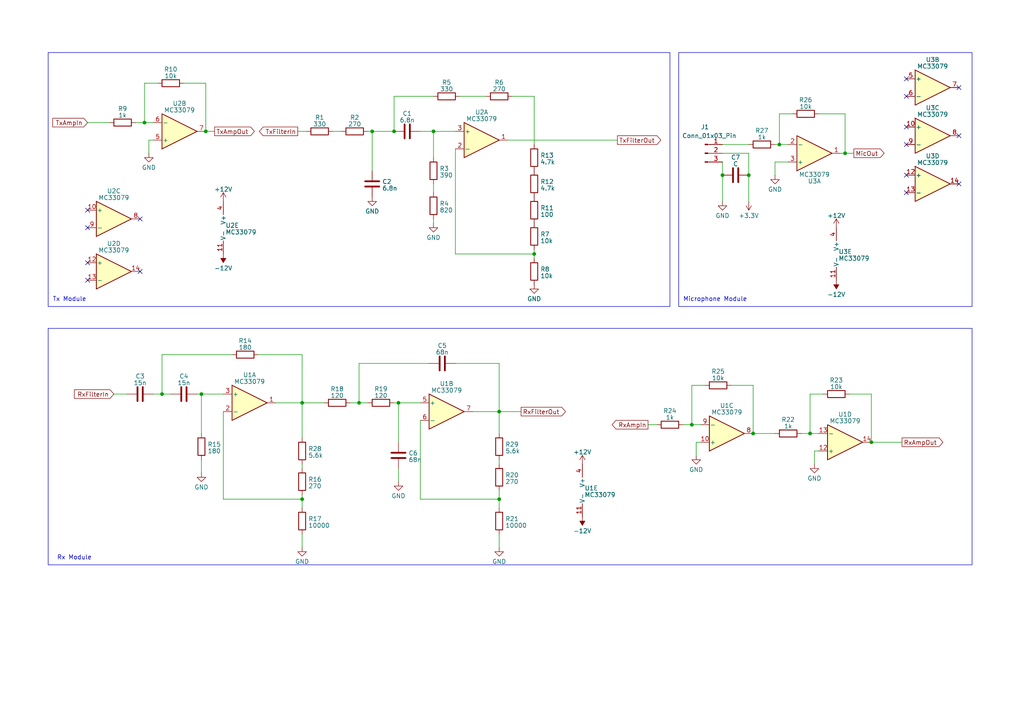
<source format=kicad_sch>
(kicad_sch (version 20230121) (generator eeschema)
  (paper "A4")
  (lib_symbols
    (symbol "Amplifier_Operational:MC33079" (pin_names (offset 0.127))
      (property "Reference" "U" (at 0 5.08 0))
      (property "Value" "MC33079" (at 0 -5.08 0))
      (symbol "MC33079_1_1"
        (polyline (pts (xy -5.08 5.08) (xy 5.08 0) (xy -5.08 -5.08) (xy -5.08 5.08)) (stroke (width 0.254)) (fill (type background)))
        (pin output line (at 7.62 0 180) (length 2.54) (name "~") (number "1"))
        (pin input line (at -7.62 -2.54 0) (length 2.54) (name "-") (number "2"))
        (pin input line (at -7.62 2.54 0) (length 2.54) (name "+") (number "3"))
      )
      (symbol "MC33079_2_1"
        (polyline (pts (xy -5.08 5.08) (xy 5.08 0) (xy -5.08 -5.08) (xy -5.08 5.08)) (stroke (width 0.254)) (fill (type background)))
        (pin input line (at -7.62 2.54 0) (length 2.54) (name "+") (number "5"))
        (pin input line (at -7.62 -2.54 0) (length 2.54) (name "-") (number "6"))
        (pin output line (at 7.62 0 180) (length 2.54) (name "~") (number "7"))
      )
      (symbol "MC33079_3_1"
        (polyline (pts (xy -5.08 5.08) (xy 5.08 0) (xy -5.08 -5.08) (xy -5.08 5.08)) (stroke (width 0.254)) (fill (type background)))
        (pin input line (at -7.62 2.54 0) (length 2.54) (name "+") (number "10"))
        (pin output line (at 7.62 0 180) (length 2.54) (name "~") (number "8"))
        (pin input line (at -7.62 -2.54 0) (length 2.54) (name "-") (number "9"))
      )
      (symbol "MC33079_4_1"
        (polyline (pts (xy -5.08 5.08) (xy 5.08 0) (xy -5.08 -5.08) (xy -5.08 5.08)) (stroke (width 0.254)) (fill (type background)))
        (pin input line (at -7.62 2.54 0) (length 2.54) (name "+") (number "12"))
        (pin input line (at -7.62 -2.54 0) (length 2.54) (name "-") (number "13"))
        (pin output line (at 7.62 0 180) (length 2.54) (name "~") (number "14"))
      )
      (symbol "MC33079_5_1"
        (pin power_in line (at -2.54 -7.62 90) (length 3.81) (name "V-") (number "11"))
        (pin power_in line (at -2.54 7.62 270) (length 3.81) (name "V+") (number "4"))
      )
    )
    (symbol "Connector:Conn_01x03_Pin" (pin_names (offset 1.016) hide)
      (property "Reference" "J" (at 0 5.08 0))
      (property "Value" "Conn_01x03_Pin" (at 0 -5.08 0))
      (symbol "Conn_01x03_Pin_1_1"
        (polyline (pts (xy 1.27 -2.54) (xy 0.8636 -2.54)) (stroke (width 0.1524)))
        (polyline (pts (xy 1.27 0) (xy 0.8636 0)) (stroke (width 0.1524)))
        (polyline (pts (xy 1.27 2.54) (xy 0.8636 2.54)) (stroke (width 0.1524)))
        (rectangle (start 0.8636 -2.413) (end 0 -2.667) (stroke (width 0.1524)) (fill (type outline)))
        (rectangle (start 0.8636 0.127) (end 0 -0.127) (stroke (width 0.1524)) (fill (type outline)))
        (rectangle (start 0.8636 2.667) (end 0 2.413) (stroke (width 0.1524)) (fill (type outline)))
        (pin passive line (at 5.08 2.54 180) (length 3.81) (name "Pin_1") (number "1"))
        (pin passive line (at 5.08 0 180) (length 3.81) (name "Pin_2") (number "2"))
        (pin passive line (at 5.08 -2.54 180) (length 3.81) (name "Pin_3") (number "3"))
      )
    )
    (symbol "Device:C" (pin_numbers hide) (pin_names (offset 0.254))
      (property "Reference" "C" (at 0.635 2.54 0))
      (property "Value" "C" (at 0.635 -2.54 0))
      (symbol "C_0_1"
        (polyline (pts (xy -2.032 -0.762) (xy 2.032 -0.762)) (stroke (width 0.508)))
        (polyline (pts (xy -2.032 0.762) (xy 2.032 0.762)) (stroke (width 0.508)))
      )
      (symbol "C_1_1"
        (pin passive line (at 0 3.81 270) (length 2.794) (name "~") (number "1"))
        (pin passive line (at 0 -3.81 90) (length 2.794) (name "~") (number "2"))
      )
    )
    (symbol "Device:R" (pin_numbers hide) (pin_names (offset 0))
      (property "Reference" "R" (at 2.032 0 90))
      (property "Value" "R" (at 0 0 90))
      (symbol "R_0_1"
        (rectangle (start -1.016 -2.54) (end 1.016 2.54) (stroke (width 0.254)))
      )
      (symbol "R_1_1"
        (pin passive line (at 0 3.81 270) (length 1.27) (name "~") (number "1"))
        (pin passive line (at 0 -3.81 90) (length 1.27) (name "~") (number "2"))
      )
    )
    (symbol "power:+12V" (power) (pin_names (offset 0))
      (property "Value" "+12V" (at 0 3.556 0))
      (symbol "+12V_0_1"
        (polyline (pts (xy -0.762 1.27) (xy 0 2.54)))
        (polyline (pts (xy 0 0) (xy 0 2.54)))
        (polyline (pts (xy 0 2.54) (xy 0.762 1.27)))
      )
      (symbol "+12V_1_1"
        (pin power_in line (at 0 0 90) (length 0) hide (name "+12V") (number "1"))
      )
    )
    (symbol "power:+3.3V" (power) (pin_names (offset 0))
      (property "Value" "+3.3V" (at 0 3.556 0))
      (symbol "+3.3V_0_1"
        (polyline (pts (xy -0.762 1.27) (xy 0 2.54)))
        (polyline (pts (xy 0 0) (xy 0 2.54)))
        (polyline (pts (xy 0 2.54) (xy 0.762 1.27)))
      )
      (symbol "+3.3V_1_1"
        (pin power_in line (at 0 0 90) (length 0) hide (name "+3.3V") (number "1"))
      )
    )
    (symbol "power:-12V" (power) (pin_names (offset 0))
      (property "Value" "-12V" (at 0 3.81 0))
      (symbol "-12V_0_0"
        (pin power_in line (at 0 0 90) (length 0) hide (name "-12V") (number "1"))
      )
      (symbol "-12V_0_1"
        (polyline (pts (xy 0 0) (xy 0 1.27) (xy 0.762 1.27) (xy 0 2.54) (xy -0.762 1.27) (xy 0 1.27)) (fill (type outline)))
      )
    )
    (symbol "power:GND" (power) (pin_names (offset 0))
      (property "Value" "GND" (at 0 -3.81 0))
      (symbol "GND_0_1"
        (polyline (pts (xy 0 0) (xy 0 -1.27) (xy 1.27 -1.27) (xy 0 -2.54) (xy -1.27 -1.27) (xy 0 -1.27)))
      )
      (symbol "GND_1_1"
        (pin power_in line (at 0 0 270) (length 0) hide (name "GND") (number "1"))
      )
    )
  )
  (junction (at 115.57 116.84))
  (junction (at 107.95 38.1))
  (junction (at 218.44 125.73))
  (junction (at 125.73 38.1))
  (junction (at 245.11 44.45))
  (junction (at 59.69 38.1))
  (junction (at 58.42 114.3))
  (junction (at 144.78 144.78))
  (junction (at 144.78 119.38))
  (junction (at 217.17 50.8))
  (junction (at 41.91 35.56))
  (junction (at 114.3 38.1))
  (junction (at 46.99 114.3))
  (junction (at 87.63 144.78))
  (junction (at 226.06 41.91))
  (junction (at 87.63 116.84))
  (junction (at 234.95 125.73))
  (junction (at 252.73 128.27))
  (junction (at 209.55 50.8))
  (junction (at 104.14 116.84))
  (junction (at 154.94 73.66))
  (junction (at 200.66 123.19))
  (no_connect (at 278.13 25.4))
  (no_connect (at 40.64 78.74))
  (no_connect (at 262.89 50.8))
  (no_connect (at 278.13 53.34))
  (no_connect (at 278.13 39.37))
  (no_connect (at 262.89 27.94))
  (no_connect (at 262.89 55.88))
  (no_connect (at 25.4 60.96))
  (no_connect (at 262.89 22.86))
  (no_connect (at 25.4 81.28))
  (no_connect (at 262.89 41.91))
  (no_connect (at 25.4 76.2))
  (no_connect (at 40.64 63.5))
  (no_connect (at 262.89 36.83))
  (no_connect (at 25.4 66.04))
  (wire (pts (xy 87.63 154.94) (xy 87.63 158.75)))
  (wire (pts (xy 217.17 44.45) (xy 217.17 50.8)))
  (wire (pts (xy 121.92 144.78) (xy 144.78 144.78)))
  (wire (pts (xy 236.22 130.81) (xy 237.49 130.81)))
  (wire (pts (xy 41.91 35.56) (xy 41.91 24.13)))
  (wire (pts (xy 86.36 38.1) (xy 88.9 38.1)))
  (wire (pts (xy 124.46 105.41) (xy 104.14 105.41)))
  (wire (pts (xy 125.73 27.94) (xy 114.3 27.94)))
  (wire (pts (xy 200.66 123.19) (xy 203.2 123.19)))
  (wire (pts (xy 234.95 125.73) (xy 237.49 125.73)))
  (wire (pts (xy 209.55 50.8) (xy 209.55 58.42)))
  (wire (pts (xy 234.95 125.73) (xy 234.95 114.3)))
  (wire (pts (xy 107.95 38.1) (xy 114.3 38.1)))
  (wire (pts (xy 125.73 38.1) (xy 132.08 38.1)))
  (wire (pts (xy 121.92 121.92) (xy 121.92 144.78)))
  (wire (pts (xy 144.78 119.38) (xy 144.78 125.73)))
  (wire (pts (xy 58.42 114.3) (xy 64.77 114.3)))
  (wire (pts (xy 144.78 133.35) (xy 144.78 134.62)))
  (wire (pts (xy 64.77 144.78) (xy 87.63 144.78)))
  (wire (pts (xy 41.91 24.13) (xy 45.72 24.13)))
  (wire (pts (xy 87.63 116.84) (xy 93.98 116.84)))
  (wire (pts (xy 224.79 50.8) (xy 224.79 46.99)))
  (wire (pts (xy 209.55 41.91) (xy 217.17 41.91)))
  (wire (pts (xy 87.63 116.84) (xy 87.63 127)))
  (wire (pts (xy 144.78 154.94) (xy 144.78 158.75)))
  (wire (pts (xy 201.93 128.27) (xy 203.2 128.27)))
  (wire (pts (xy 33.02 114.3) (xy 36.83 114.3)))
  (wire (pts (xy 125.73 53.34) (xy 125.73 55.88)))
  (wire (pts (xy 252.73 114.3) (xy 252.73 128.27)))
  (wire (pts (xy 44.45 114.3) (xy 46.99 114.3)))
  (wire (pts (xy 125.73 38.1) (xy 125.73 45.72)))
  (wire (pts (xy 58.42 125.73) (xy 58.42 114.3)))
  (wire (pts (xy 114.3 27.94) (xy 114.3 38.1)))
  (wire (pts (xy 101.6 116.84) (xy 104.14 116.84)))
  (wire (pts (xy 148.59 27.94) (xy 154.94 27.94)))
  (wire (pts (xy 80.01 116.84) (xy 87.63 116.84)))
  (wire (pts (xy 43.18 40.64) (xy 43.18 44.45)))
  (wire (pts (xy 87.63 143.51) (xy 87.63 144.78)))
  (wire (pts (xy 226.06 41.91) (xy 228.6 41.91)))
  (wire (pts (xy 125.73 63.5) (xy 125.73 64.77)))
  (wire (pts (xy 246.38 114.3) (xy 252.73 114.3)))
  (wire (pts (xy 41.91 35.56) (xy 44.45 35.56)))
  (wire (pts (xy 237.49 33.02) (xy 245.11 33.02)))
  (wire (pts (xy 115.57 135.89) (xy 115.57 139.7)))
  (wire (pts (xy 232.41 125.73) (xy 234.95 125.73)))
  (wire (pts (xy 121.92 38.1) (xy 125.73 38.1)))
  (wire (pts (xy 209.55 44.45) (xy 217.17 44.45)))
  (wire (pts (xy 107.95 49.53) (xy 107.95 38.1)))
  (wire (pts (xy 132.08 105.41) (xy 144.78 105.41)))
  (wire (pts (xy 226.06 33.02) (xy 226.06 41.91)))
  (wire (pts (xy 39.37 35.56) (xy 41.91 35.56)))
  (wire (pts (xy 198.12 123.19) (xy 200.66 123.19)))
  (wire (pts (xy 147.32 40.64) (xy 179.07 40.64)))
  (wire (pts (xy 67.31 102.87) (xy 46.99 102.87)))
  (wire (pts (xy 201.93 128.27) (xy 201.93 132.08)))
  (wire (pts (xy 187.96 123.19) (xy 190.5 123.19)))
  (wire (pts (xy 245.11 33.02) (xy 245.11 44.45)))
  (wire (pts (xy 87.63 102.87) (xy 87.63 116.84)))
  (wire (pts (xy 46.99 114.3) (xy 49.53 114.3)))
  (wire (pts (xy 132.08 43.18) (xy 132.08 73.66)))
  (wire (pts (xy 217.17 58.42) (xy 217.17 50.8)))
  (wire (pts (xy 115.57 116.84) (xy 121.92 116.84)))
  (wire (pts (xy 200.66 123.19) (xy 200.66 111.76)))
  (wire (pts (xy 154.94 27.94) (xy 154.94 41.91)))
  (wire (pts (xy 212.09 111.76) (xy 218.44 111.76)))
  (wire (pts (xy 57.15 114.3) (xy 58.42 114.3)))
  (wire (pts (xy 43.18 40.64) (xy 44.45 40.64)))
  (wire (pts (xy 104.14 105.41) (xy 104.14 116.84)))
  (wire (pts (xy 58.42 133.35) (xy 58.42 137.16)))
  (wire (pts (xy 106.68 38.1) (xy 107.95 38.1)))
  (wire (pts (xy 46.99 102.87) (xy 46.99 114.3)))
  (wire (pts (xy 137.16 119.38) (xy 144.78 119.38)))
  (wire (pts (xy 234.95 114.3) (xy 238.76 114.3)))
  (wire (pts (xy 59.69 24.13) (xy 59.69 38.1)))
  (wire (pts (xy 74.93 102.87) (xy 87.63 102.87)))
  (wire (pts (xy 132.08 73.66) (xy 154.94 73.66)))
  (wire (pts (xy 243.84 44.45) (xy 245.11 44.45)))
  (wire (pts (xy 144.78 119.38) (xy 151.13 119.38)))
  (wire (pts (xy 229.87 33.02) (xy 226.06 33.02)))
  (wire (pts (xy 245.11 44.45) (xy 247.65 44.45)))
  (wire (pts (xy 114.3 116.84) (xy 115.57 116.84)))
  (wire (pts (xy 59.69 38.1) (xy 62.23 38.1)))
  (wire (pts (xy 87.63 134.62) (xy 87.63 135.89)))
  (wire (pts (xy 133.35 27.94) (xy 140.97 27.94)))
  (wire (pts (xy 144.78 105.41) (xy 144.78 119.38)))
  (wire (pts (xy 224.79 46.99) (xy 228.6 46.99)))
  (wire (pts (xy 115.57 128.27) (xy 115.57 116.84)))
  (wire (pts (xy 218.44 125.73) (xy 224.79 125.73)))
  (wire (pts (xy 154.94 73.66) (xy 154.94 74.93)))
  (wire (pts (xy 218.44 111.76) (xy 218.44 125.73)))
  (wire (pts (xy 104.14 116.84) (xy 106.68 116.84)))
  (wire (pts (xy 87.63 144.78) (xy 87.63 147.32)))
  (wire (pts (xy 200.66 111.76) (xy 204.47 111.76)))
  (wire (pts (xy 154.94 72.39) (xy 154.94 73.66)))
  (wire (pts (xy 53.34 24.13) (xy 59.69 24.13)))
  (wire (pts (xy 236.22 130.81) (xy 236.22 134.62)))
  (wire (pts (xy 64.77 119.38) (xy 64.77 144.78)))
  (wire (pts (xy 209.55 46.99) (xy 209.55 50.8)))
  (wire (pts (xy 224.79 41.91) (xy 226.06 41.91)))
  (wire (pts (xy 252.73 128.27) (xy 261.62 128.27)))
  (wire (pts (xy 144.78 144.78) (xy 144.78 147.32)))
  (wire (pts (xy 96.52 38.1) (xy 99.06 38.1)))
  (wire (pts (xy 144.78 142.24) (xy 144.78 144.78)))
  (wire (pts (xy 25.4 35.56) (xy 31.75 35.56)))
  (rectangle (start 13.97 95.25) (end 281.94 163.83))
  (rectangle (start 196.85 15.24) (end 281.94 88.9))
  (rectangle (start 13.97 15.24) (end 194.31 88.9))
  (text "Microphone Module" (at 198.12 87.63 0) (effects (font (size 1.27 1.27)) (justify left bottom)))
  (text "Tx Module" (at 15.24 87.63 0) (effects (font (size 1.27 1.27)) (justify left bottom)))
  (text "Rx Module\n" (at 16.51 162.56 0) (effects (font (size 1.27 1.27)) (justify left bottom)))
  (global_label "TxAmpIn" (shape input) (at 25.4 35.56 180) (property "Intersheetrefs" "${INTERSHEET_REFS}" (effects hide)))
  (global_label "RxFilterOut" (shape output) (at 151.13 119.38 0) (property "Intersheetrefs" "${INTERSHEET_REFS}" (effects hide)))
  (global_label "MicOut" (shape output) (at 247.65 44.45 0) (property "Intersheetrefs" "${INTERSHEET_REFS}" (effects hide)))
  (global_label "TxFilterIn" (shape output) (at 86.36 38.1 180) (property "Intersheetrefs" "${INTERSHEET_REFS}" (effects hide)))
  (global_label "RxAmpIn" (shape output) (at 187.96 123.19 180) (property "Intersheetrefs" "${INTERSHEET_REFS}" (effects hide)))
  (global_label "TxFilterOut" (shape output) (at 179.07 40.64 0) (property "Intersheetrefs" "${INTERSHEET_REFS}" (effects hide)))
  (global_label "TxAmpOut" (shape output) (at 62.23 38.1 0) (property "Intersheetrefs" "${INTERSHEET_REFS}" (effects hide)))
  (global_label "RxFilterIn" (shape input) (at 33.02 114.3 180) (property "Intersheetrefs" "${INTERSHEET_REFS}" (effects hide)))
  (global_label "RxAmpOut" (shape output) (at 261.62 128.27 0) (property "Intersheetrefs" "${INTERSHEET_REFS}" (effects hide)))
  (symbol (lib_id "Device:R") (at 110.49 116.84 90) (unit 1)
    (property "Reference" "R19" (at 110.49 112.8141 90))
    (property "Value" "120" (at 110.49 114.7351 90))
  )
  (symbol (lib_id "Device:R") (at 154.94 53.34 180) (unit 1)
    (property "Reference" "R12" (at 156.718 52.6963 0) (effects (justify right)))
    (property "Value" "4.7k" (at 156.718 54.6173 0) (effects (justify right)))
  )
  (symbol (lib_id "Amplifier_Operational:MC33079") (at 245.11 73.66 0) (unit 5)
    (property "Reference" "U3" (at 243.205 73.0163 0) (effects (justify left)))
    (property "Value" "MC33079" (at 243.205 74.9373 0) (effects (justify left)))
    (property "Datasheet" "https://www.onsemi.com/pub/Collateral/MC33078-D.PDF" (effects hide))
  )
  (symbol (lib_id "Amplifier_Operational:MC33079") (at 236.22 44.45 0) (mirror x) (unit 1)
    (property "Reference" "U3" (at 236.22 52.5399 0))
    (property "Value" "MC33079" (at 236.22 50.6189 0))
    (property "Datasheet" "https://www.onsemi.com/pub/Collateral/MC33078-D.PDF" (effects hide))
  )
  (symbol (lib_id "Amplifier_Operational:MC33079") (at 270.51 39.37 0) (unit 3)
    (property "Reference" "U3" (at 270.51 31.2801 0))
    (property "Value" "MC33079" (at 270.51 33.2011 0))
    (property "Datasheet" "https://www.onsemi.com/pub/Collateral/MC33078-D.PDF" (effects hide))
  )
  (symbol (lib_id "Amplifier_Operational:MC33079") (at 270.51 25.4 0) (unit 2)
    (property "Reference" "U3" (at 270.51 17.3101 0))
    (property "Value" "MC33079" (at 270.51 19.2311 0))
    (property "Datasheet" "https://www.onsemi.com/pub/Collateral/MC33078-D.PDF" (effects hide))
  )
  (symbol (lib_id "Amplifier_Operational:MC33079") (at 33.02 78.74 0) (unit 4)
    (property "Reference" "U2" (at 33.02 70.6501 0))
    (property "Value" "MC33079" (at 33.02 72.5711 0))
    (property "Footprint" "MC33079P:DIL14" (effects hide))
    (property "Datasheet" "https://www.onsemi.com/pub/Collateral/MC33078-D.PDF" (effects hide))
  )
  (symbol (lib_id "power:GND") (at 236.22 134.62 0) (unit 1)
    (property "Reference" "#PWR09" (effects hide))
    (property "Value" "GND" (at 236.22 138.7555 0))
  )
  (symbol (lib_id "Device:R") (at 144.78 138.43 180) (unit 1)
    (property "Reference" "R20" (at 146.558 137.7863 0) (effects (justify right)))
    (property "Value" "270" (at 146.558 139.7073 0) (effects (justify right)))
  )
  (symbol (lib_id "Amplifier_Operational:MC33079") (at 245.11 128.27 0) (mirror x) (unit 4)
    (property "Reference" "U1" (at 245.11 120.1801 0))
    (property "Value" "MC33079" (at 245.11 122.1011 0))
    (property "Datasheet" "https://www.onsemi.com/pub/Collateral/MC33078-D.PDF" (effects hide))
  )
  (symbol (lib_id "power:GND") (at 224.79 50.8 0) (unit 1)
    (property "Reference" "#PWR011" (effects hide))
    (property "Value" "GND" (at 224.79 54.9355 0))
  )
  (symbol (lib_id "Device:C") (at 40.64 114.3 90) (unit 1)
    (property "Reference" "C3" (at 40.64 109.1311 90))
    (property "Value" "15n" (at 40.64 111.0521 90))
  )
  (symbol (lib_id "Amplifier_Operational:MC33079") (at 72.39 116.84 0) (unit 1)
    (property "Reference" "U1" (at 72.39 108.7501 0))
    (property "Value" "MC33079" (at 72.39 110.6711 0))
    (property "Datasheet" "https://www.onsemi.com/pub/Collateral/MC33078-D.PDF" (effects hide))
  )
  (symbol (lib_id "Device:R") (at 125.73 49.53 0) (unit 1)
    (property "Reference" "R3" (at 127.508 48.8863 0) (effects (justify left)))
    (property "Value" "390" (at 127.508 50.8073 0) (effects (justify left)))
  )
  (symbol (lib_id "Amplifier_Operational:MC33079") (at 210.82 125.73 0) (mirror x) (unit 3)
    (property "Reference" "U1" (at 210.82 117.6401 0))
    (property "Value" "MC33079" (at 210.82 119.5611 0))
    (property "Datasheet" "https://www.onsemi.com/pub/Collateral/MC33078-D.PDF" (effects hide))
  )
  (symbol (lib_id "Device:R") (at 242.57 114.3 90) (unit 1)
    (property "Reference" "R23" (at 242.57 110.2741 90))
    (property "Value" "10k" (at 242.57 112.1951 90))
  )
  (symbol (lib_id "Device:R") (at 154.94 45.72 180) (unit 1)
    (property "Reference" "R13" (at 156.718 45.0763 0) (effects (justify right)))
    (property "Value" "4.7k" (at 156.718 46.9973 0) (effects (justify right)))
  )
  (symbol (lib_id "Device:R") (at 102.87 38.1 270) (unit 1)
    (property "Reference" "R2" (at 102.87 34.0741 90))
    (property "Value" "270" (at 102.87 35.9951 90))
  )
  (symbol (lib_id "Device:R") (at 144.78 129.54 180) (unit 1)
    (property "Reference" "R29" (at 146.558 128.8963 0) (effects (justify right)))
    (property "Value" "5.6k" (at 146.558 130.8173 0) (effects (justify right)))
  )
  (symbol (lib_id "Device:R") (at 154.94 68.58 180) (unit 1)
    (property "Reference" "R7" (at 156.718 67.9363 0) (effects (justify right)))
    (property "Value" "10k" (at 156.718 69.8573 0) (effects (justify right)))
  )
  (symbol (lib_id "Device:R") (at 144.78 151.13 180) (unit 1)
    (property "Reference" "R21" (at 146.558 150.4863 0) (effects (justify right)))
    (property "Value" "10000" (at 146.558 152.4073 0) (effects (justify right)))
  )
  (symbol (lib_id "Amplifier_Operational:MC33079") (at 171.45 142.24 0) (unit 5)
    (property "Reference" "U1" (at 169.545 141.5963 0) (effects (justify left)))
    (property "Value" "MC33079" (at 169.545 143.5173 0) (effects (justify left)))
    (property "Datasheet" "https://www.onsemi.com/pub/Collateral/MC33078-D.PDF" (effects hide))
  )
  (symbol (lib_id "Device:R") (at 228.6 125.73 90) (unit 1)
    (property "Reference" "R22" (at 228.6 121.7041 90))
    (property "Value" "1k" (at 228.6 123.6251 90))
  )
  (symbol (lib_id "Device:R") (at 220.98 41.91 90) (unit 1)
    (property "Reference" "R27" (at 220.98 37.8841 90))
    (property "Value" "1k" (at 220.98 39.8051 90))
  )
  (symbol (lib_id "Device:R") (at 233.68 33.02 90) (unit 1)
    (property "Reference" "R26" (at 233.68 28.9941 90))
    (property "Value" "10k" (at 233.68 30.9151 90))
  )
  (symbol (lib_id "power:-12V") (at 168.91 149.86 180) (unit 1)
    (property "Reference" "#PWR014" (effects hide))
    (property "Value" "-12V" (at 168.91 153.9955 0))
  )
  (symbol (lib_id "power:GND") (at 107.95 57.15 0) (unit 1)
    (property "Reference" "#PWR04" (effects hide))
    (property "Value" "GND" (at 107.95 61.2855 0))
  )
  (symbol (lib_id "Device:R") (at 92.71 38.1 270) (unit 1)
    (property "Reference" "R1" (at 92.71 34.0741 90))
    (property "Value" "330" (at 92.71 35.9951 90))
  )
  (symbol (lib_id "Device:C") (at 118.11 38.1 90) (unit 1)
    (property "Reference" "C1" (at 118.11 32.9311 90))
    (property "Value" "6.8n" (at 118.11 34.8521 90))
  )
  (symbol (lib_id "power:GND") (at 115.57 139.7 0) (unit 1)
    (property "Reference" "#PWR07" (effects hide))
    (property "Value" "GND" (at 115.57 143.8355 0))
  )
  (symbol (lib_id "Device:R") (at 49.53 24.13 90) (unit 1)
    (property "Reference" "R10" (at 49.53 20.1041 90))
    (property "Value" "10k" (at 49.53 22.0251 90))
  )
  (symbol (lib_id "power:GND") (at 43.18 44.45 0) (unit 1)
    (property "Reference" "#PWR03" (effects hide))
    (property "Value" "GND" (at 43.18 48.5855 0))
  )
  (symbol (lib_id "Amplifier_Operational:MC33079") (at 33.02 63.5 0) (unit 3)
    (property "Reference" "U2" (at 33.02 55.4101 0))
    (property "Value" "MC33079" (at 33.02 57.3311 0))
    (property "Footprint" "MC33079P:DIL14" (effects hide))
    (property "Datasheet" "https://www.onsemi.com/pub/Collateral/MC33078-D.PDF" (effects hide))
  )
  (symbol (lib_id "power:GND") (at 144.78 158.75 0) (unit 1)
    (property "Reference" "#PWR08" (effects hide))
    (property "Value" "GND" (at 144.78 162.8855 0))
  )
  (symbol (lib_id "Device:R") (at 87.63 139.7 180) (unit 1)
    (property "Reference" "R16" (at 89.408 139.0563 0) (effects (justify right)))
    (property "Value" "270" (at 89.408 140.9773 0) (effects (justify right)))
  )
  (symbol (lib_id "power:+12V") (at 64.77 58.42 0) (unit 1)
    (property "Reference" "#PWR016" (effects hide))
    (property "Value" "+12V" (at 64.77 54.9181 0))
  )
  (symbol (lib_id "Device:R") (at 154.94 60.96 180) (unit 1)
    (property "Reference" "R11" (at 156.718 60.3163 0) (effects (justify right)))
    (property "Value" "100" (at 156.718 62.2373 0) (effects (justify right)))
  )
  (symbol (lib_id "power:-12V") (at 64.77 73.66 180) (unit 1)
    (property "Reference" "#PWR012" (effects hide))
    (property "Value" "-12V" (at 64.77 77.7955 0))
  )
  (symbol (lib_id "Device:R") (at 71.12 102.87 90) (unit 1)
    (property "Reference" "R14" (at 71.12 98.8441 90))
    (property "Value" "180" (at 71.12 100.7651 90))
  )
  (symbol (lib_id "power:+3.3V") (at 217.17 58.42 180) (unit 1)
    (property "Reference" "#PWR019" (effects hide))
    (property "Value" "+3.3V" (at 217.17 62.5555 0))
  )
  (symbol (lib_id "Device:R") (at 194.31 123.19 90) (unit 1)
    (property "Reference" "R24" (at 194.31 119.1641 90))
    (property "Value" "1k" (at 194.31 121.0851 90))
  )
  (symbol (lib_id "power:+12V") (at 242.57 66.04 0) (unit 1)
    (property "Reference" "#PWR015" (effects hide))
    (property "Value" "+12V" (at 242.57 62.5381 0))
  )
  (symbol (lib_id "Amplifier_Operational:MC33079") (at 270.51 53.34 0) (unit 4)
    (property "Reference" "U3" (at 270.51 45.2501 0))
    (property "Value" "MC33079" (at 270.51 47.1711 0))
    (property "Datasheet" "https://www.onsemi.com/pub/Collateral/MC33078-D.PDF" (effects hide))
  )
  (symbol (lib_id "Device:C") (at 115.57 132.08 180) (unit 1)
    (property "Reference" "C6" (at 118.491 131.4363 0) (effects (justify right)))
    (property "Value" "68n" (at 118.491 133.3573 0) (effects (justify right)))
  )
  (symbol (lib_id "Device:R") (at 208.28 111.76 90) (unit 1)
    (property "Reference" "R25" (at 208.28 107.7341 90))
    (property "Value" "10k" (at 208.28 109.6551 90))
  )
  (symbol (lib_id "Amplifier_Operational:MC33079") (at 129.54 119.38 0) (unit 2)
    (property "Reference" "U1" (at 129.54 111.2901 0))
    (property "Value" "MC33079" (at 129.54 113.2111 0))
    (property "Datasheet" "https://www.onsemi.com/pub/Collateral/MC33078-D.PDF" (effects hide))
  )
  (symbol (lib_id "Device:C") (at 53.34 114.3 90) (unit 1)
    (property "Reference" "C4" (at 53.34 109.1311 90))
    (property "Value" "15n" (at 53.34 111.0521 90))
  )
  (symbol (lib_id "Device:C") (at 128.27 105.41 90) (unit 1)
    (property "Reference" "C5" (at 128.27 100.2411 90))
    (property "Value" "68n" (at 128.27 102.1621 90))
  )
  (symbol (lib_id "Amplifier_Operational:MC33079") (at 52.07 38.1 0) (mirror x) (unit 2)
    (property "Reference" "U2" (at 52.07 30.0101 0))
    (property "Value" "MC33079" (at 52.07 31.9311 0))
    (property "Footprint" "MC33079P:DIL14" (effects hide))
    (property "Datasheet" "https://www.onsemi.com/pub/Collateral/MC33078-D.PDF" (effects hide))
  )
  (symbol (lib_id "Amplifier_Operational:MC33079") (at 139.7 40.64 0) (unit 1)
    (property "Reference" "U2" (at 139.7 32.5501 0))
    (property "Value" "MC33079" (at 139.7 34.4711 0))
    (property "Footprint" "MC33079P:DIL14" (effects hide))
    (property "Datasheet" "https://www.onsemi.com/pub/Collateral/MC33078-D.PDF" (effects hide))
  )
  (symbol (lib_id "Device:C") (at 107.95 53.34 180) (unit 1)
    (property "Reference" "C2" (at 110.871 52.6963 0) (effects (justify right)))
    (property "Value" "6.8n" (at 110.871 54.6173 0) (effects (justify right)))
  )
  (symbol (lib_id "power:-12V") (at 242.57 81.28 180) (unit 1)
    (property "Reference" "#PWR013" (effects hide))
    (property "Value" "-12V" (at 242.57 85.4155 0))
  )
  (symbol (lib_id "power:GND") (at 58.42 137.16 0) (unit 1)
    (property "Reference" "#PWR06" (effects hide))
    (property "Value" "GND" (at 58.42 141.2955 0))
  )
  (symbol (lib_id "Device:R") (at 97.79 116.84 90) (unit 1)
    (property "Reference" "R18" (at 97.79 112.8141 90))
    (property "Value" "120" (at 97.79 114.7351 90))
  )
  (symbol (lib_id "Device:C") (at 213.36 50.8 90) (unit 1)
    (property "Reference" "C7" (at 213.36 45.6311 90))
    (property "Value" "C" (at 213.36 47.5521 90))
  )
  (symbol (lib_id "Device:R") (at 87.63 151.13 180) (unit 1)
    (property "Reference" "R17" (at 89.408 150.4863 0) (effects (justify right)))
    (property "Value" "10000" (at 89.408 152.4073 0) (effects (justify right)))
  )
  (symbol (lib_id "Device:R") (at 129.54 27.94 90) (unit 1)
    (property "Reference" "R5" (at 129.54 23.9141 90))
    (property "Value" "330" (at 129.54 25.8351 90))
  )
  (symbol (lib_id "Connector:Conn_01x03_Pin") (at 204.47 44.45 0) (unit 1)
    (property "Reference" "J1" (at 204.47 36.83 0))
    (property "Value" "Conn_01x03_Pin" (at 205.74 39.37 0))
  )
  (symbol (lib_id "Device:R") (at 35.56 35.56 90) (unit 1)
    (property "Reference" "R9" (at 35.56 31.5341 90))
    (property "Value" "1k" (at 35.56 33.4551 90))
  )
  (symbol (lib_id "power:+12V") (at 168.91 134.62 0) (unit 1)
    (property "Reference" "#PWR017" (effects hide))
    (property "Value" "+12V" (at 168.91 131.1181 0))
  )
  (symbol (lib_id "Device:R") (at 154.94 78.74 180) (unit 1)
    (property "Reference" "R8" (at 156.718 78.0963 0) (effects (justify right)))
    (property "Value" "10k" (at 156.718 80.0173 0) (effects (justify right)))
  )
  (symbol (lib_id "power:GND") (at 201.93 132.08 0) (unit 1)
    (property "Reference" "#PWR010" (effects hide))
    (property "Value" "GND" (at 201.93 136.2155 0))
  )
  (symbol (lib_id "Device:R") (at 58.42 129.54 180) (unit 1)
    (property "Reference" "R15" (at 60.198 128.8963 0) (effects (justify right)))
    (property "Value" "180" (at 60.198 130.8173 0) (effects (justify right)))
  )
  (symbol (lib_id "power:GND") (at 87.63 158.75 0) (unit 1)
    (property "Reference" "#PWR05" (effects hide))
    (property "Value" "GND" (at 87.63 162.8855 0))
  )
  (symbol (lib_id "power:GND") (at 209.55 58.42 0) (unit 1)
    (property "Reference" "#PWR018" (effects hide))
    (property "Value" "GND" (at 209.55 62.5555 0))
  )
  (symbol (lib_id "Device:R") (at 125.73 59.69 0) (unit 1)
    (property "Reference" "R4" (at 127.508 59.0463 0) (effects (justify left)))
    (property "Value" "820" (at 127.508 60.9673 0) (effects (justify left)))
  )
  (symbol (lib_id "power:GND") (at 154.94 82.55 0) (unit 1)
    (property "Reference" "#PWR01" (effects hide))
    (property "Value" "GND" (at 154.94 86.6855 0))
  )
  (symbol (lib_id "Device:R") (at 144.78 27.94 90) (unit 1)
    (property "Reference" "R6" (at 144.78 23.9141 90))
    (property "Value" "270" (at 144.78 25.8351 90))
  )
  (symbol (lib_id "power:GND") (at 125.73 64.77 0) (unit 1)
    (property "Reference" "#PWR02" (effects hide))
    (property "Value" "GND" (at 125.73 68.9055 0))
  )
  (symbol (lib_id "Amplifier_Operational:MC33079") (at 67.31 66.04 0) (unit 5)
    (property "Reference" "U2" (at 65.405 65.3963 0) (effects (justify left)))
    (property "Value" "MC33079" (at 65.405 67.3173 0) (effects (justify left)))
    (property "Footprint" "MC33079P:DIL14" (effects hide))
    (property "Datasheet" "https://www.onsemi.com/pub/Collateral/MC33078-D.PDF" (effects hide))
  )
  (symbol (lib_id "Device:R") (at 87.63 130.81 180) (unit 1)
    (property "Reference" "R28" (at 89.408 130.1663 0) (effects (justify right)))
    (property "Value" "5.6k" (at 89.408 132.0873 0) (effects (justify right)))
  )
)
</source>
